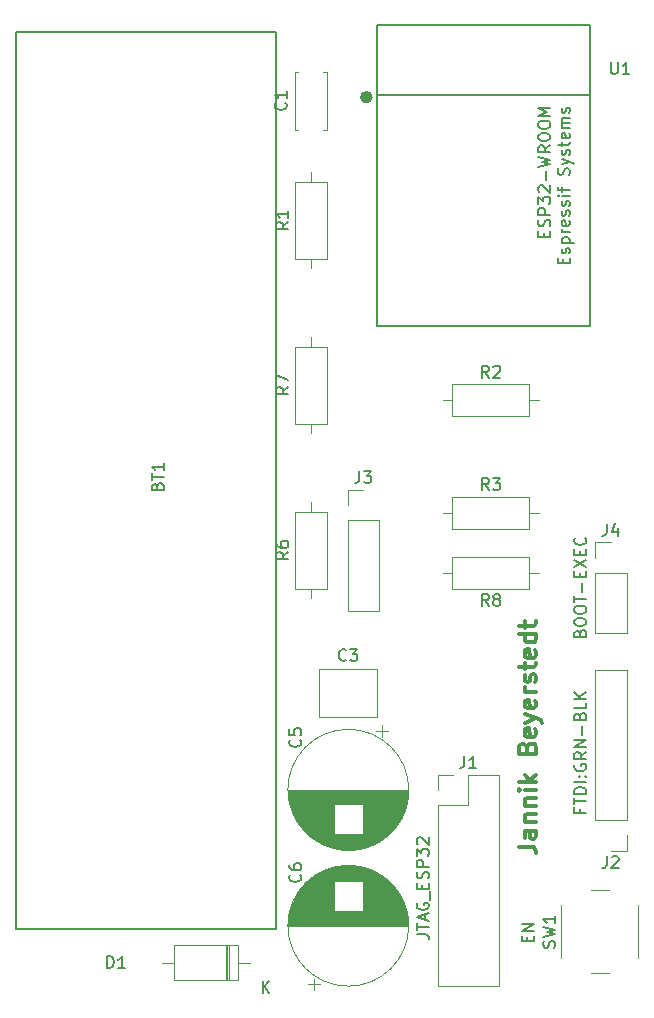
<source format=gto>
G04 #@! TF.GenerationSoftware,KiCad,Pcbnew,(5.0.0-3-g5ebb6b6)*
G04 #@! TF.CreationDate,2018-08-02T21:25:15+02:00*
G04 #@! TF.ProjectId,esp32-sensornode,65737033322D73656E736F726E6F6465,rev?*
G04 #@! TF.SameCoordinates,Original*
G04 #@! TF.FileFunction,Legend,Top*
G04 #@! TF.FilePolarity,Positive*
%FSLAX46Y46*%
G04 Gerber Fmt 4.6, Leading zero omitted, Abs format (unit mm)*
G04 Created by KiCad (PCBNEW (5.0.0-3-g5ebb6b6)) date Thursday, 02 August 2018 at 21:25:15*
%MOMM*%
%LPD*%
G01*
G04 APERTURE LIST*
%ADD10C,0.300000*%
%ADD11C,0.150000*%
%ADD12C,0.120000*%
%ADD13C,0.500000*%
G04 APERTURE END LIST*
D10*
X220793571Y-120339285D02*
X221865000Y-120339285D01*
X222079285Y-120410714D01*
X222222142Y-120553571D01*
X222293571Y-120767857D01*
X222293571Y-120910714D01*
X222293571Y-118982142D02*
X221507857Y-118982142D01*
X221365000Y-119053571D01*
X221293571Y-119196428D01*
X221293571Y-119482142D01*
X221365000Y-119625000D01*
X222222142Y-118982142D02*
X222293571Y-119125000D01*
X222293571Y-119482142D01*
X222222142Y-119625000D01*
X222079285Y-119696428D01*
X221936428Y-119696428D01*
X221793571Y-119625000D01*
X221722142Y-119482142D01*
X221722142Y-119125000D01*
X221650714Y-118982142D01*
X221293571Y-118267857D02*
X222293571Y-118267857D01*
X221436428Y-118267857D02*
X221365000Y-118196428D01*
X221293571Y-118053571D01*
X221293571Y-117839285D01*
X221365000Y-117696428D01*
X221507857Y-117625000D01*
X222293571Y-117625000D01*
X221293571Y-116910714D02*
X222293571Y-116910714D01*
X221436428Y-116910714D02*
X221365000Y-116839285D01*
X221293571Y-116696428D01*
X221293571Y-116482142D01*
X221365000Y-116339285D01*
X221507857Y-116267857D01*
X222293571Y-116267857D01*
X222293571Y-115553571D02*
X221293571Y-115553571D01*
X220793571Y-115553571D02*
X220865000Y-115625000D01*
X220936428Y-115553571D01*
X220865000Y-115482142D01*
X220793571Y-115553571D01*
X220936428Y-115553571D01*
X222293571Y-114839285D02*
X220793571Y-114839285D01*
X221722142Y-114696428D02*
X222293571Y-114267857D01*
X221293571Y-114267857D02*
X221865000Y-114839285D01*
X221507857Y-111982142D02*
X221579285Y-111767857D01*
X221650714Y-111696428D01*
X221793571Y-111625000D01*
X222007857Y-111625000D01*
X222150714Y-111696428D01*
X222222142Y-111767857D01*
X222293571Y-111910714D01*
X222293571Y-112482142D01*
X220793571Y-112482142D01*
X220793571Y-111982142D01*
X220865000Y-111839285D01*
X220936428Y-111767857D01*
X221079285Y-111696428D01*
X221222142Y-111696428D01*
X221365000Y-111767857D01*
X221436428Y-111839285D01*
X221507857Y-111982142D01*
X221507857Y-112482142D01*
X222222142Y-110410714D02*
X222293571Y-110553571D01*
X222293571Y-110839285D01*
X222222142Y-110982142D01*
X222079285Y-111053571D01*
X221507857Y-111053571D01*
X221365000Y-110982142D01*
X221293571Y-110839285D01*
X221293571Y-110553571D01*
X221365000Y-110410714D01*
X221507857Y-110339285D01*
X221650714Y-110339285D01*
X221793571Y-111053571D01*
X221293571Y-109839285D02*
X222293571Y-109482142D01*
X221293571Y-109125000D02*
X222293571Y-109482142D01*
X222650714Y-109625000D01*
X222722142Y-109696428D01*
X222793571Y-109839285D01*
X222222142Y-107982142D02*
X222293571Y-108125000D01*
X222293571Y-108410714D01*
X222222142Y-108553571D01*
X222079285Y-108625000D01*
X221507857Y-108625000D01*
X221365000Y-108553571D01*
X221293571Y-108410714D01*
X221293571Y-108125000D01*
X221365000Y-107982142D01*
X221507857Y-107910714D01*
X221650714Y-107910714D01*
X221793571Y-108625000D01*
X222293571Y-107267857D02*
X221293571Y-107267857D01*
X221579285Y-107267857D02*
X221436428Y-107196428D01*
X221365000Y-107125000D01*
X221293571Y-106982142D01*
X221293571Y-106839285D01*
X222222142Y-106410714D02*
X222293571Y-106267857D01*
X222293571Y-105982142D01*
X222222142Y-105839285D01*
X222079285Y-105767857D01*
X222007857Y-105767857D01*
X221865000Y-105839285D01*
X221793571Y-105982142D01*
X221793571Y-106196428D01*
X221722142Y-106339285D01*
X221579285Y-106410714D01*
X221507857Y-106410714D01*
X221365000Y-106339285D01*
X221293571Y-106196428D01*
X221293571Y-105982142D01*
X221365000Y-105839285D01*
X221293571Y-105339285D02*
X221293571Y-104767857D01*
X220793571Y-105125000D02*
X222079285Y-105125000D01*
X222222142Y-105053571D01*
X222293571Y-104910714D01*
X222293571Y-104767857D01*
X222222142Y-103696428D02*
X222293571Y-103839285D01*
X222293571Y-104125000D01*
X222222142Y-104267857D01*
X222079285Y-104339285D01*
X221507857Y-104339285D01*
X221365000Y-104267857D01*
X221293571Y-104125000D01*
X221293571Y-103839285D01*
X221365000Y-103696428D01*
X221507857Y-103625000D01*
X221650714Y-103625000D01*
X221793571Y-104339285D01*
X222293571Y-102339285D02*
X220793571Y-102339285D01*
X222222142Y-102339285D02*
X222293571Y-102482142D01*
X222293571Y-102767857D01*
X222222142Y-102910714D01*
X222150714Y-102982142D01*
X222007857Y-103053571D01*
X221579285Y-103053571D01*
X221436428Y-102982142D01*
X221365000Y-102910714D01*
X221293571Y-102767857D01*
X221293571Y-102482142D01*
X221365000Y-102339285D01*
X221293571Y-101839285D02*
X221293571Y-101267857D01*
X220793571Y-101625000D02*
X222079285Y-101625000D01*
X222222142Y-101553571D01*
X222293571Y-101410714D01*
X222293571Y-101267857D01*
D11*
G04 #@! TO.C,BT1*
X200280000Y-127350000D02*
X178280000Y-127350000D01*
X200280000Y-51350000D02*
X200280000Y-127350000D01*
X178280000Y-51350000D02*
X200280000Y-51350000D01*
X178280000Y-127350000D02*
X178280000Y-51350000D01*
D12*
G04 #@! TO.C,C3*
X203935000Y-105295000D02*
X208775000Y-105295000D01*
X203935000Y-109335000D02*
X208775000Y-109335000D01*
X203935000Y-105295000D02*
X203935000Y-109335000D01*
X208775000Y-105295000D02*
X208775000Y-109335000D01*
G04 #@! TO.C,D1*
X197030000Y-131645000D02*
X197030000Y-128705000D01*
X197030000Y-128705000D02*
X191590000Y-128705000D01*
X191590000Y-128705000D02*
X191590000Y-131645000D01*
X191590000Y-131645000D02*
X197030000Y-131645000D01*
X198050000Y-130175000D02*
X197030000Y-130175000D01*
X190570000Y-130175000D02*
X191590000Y-130175000D01*
X196130000Y-131645000D02*
X196130000Y-128705000D01*
X196010000Y-131645000D02*
X196010000Y-128705000D01*
X196250000Y-131645000D02*
X196250000Y-128705000D01*
G04 #@! TO.C,J2*
X229930000Y-105350000D02*
X227270000Y-105350000D01*
X229930000Y-118110000D02*
X229930000Y-105350000D01*
X227270000Y-118110000D02*
X227270000Y-105350000D01*
X229930000Y-118110000D02*
X227270000Y-118110000D01*
X229930000Y-119380000D02*
X229930000Y-120710000D01*
X229930000Y-120710000D02*
X228600000Y-120710000D01*
G04 #@! TO.C,J3*
X206315000Y-100390000D02*
X208975000Y-100390000D01*
X206315000Y-92710000D02*
X206315000Y-100390000D01*
X208975000Y-92710000D02*
X208975000Y-100390000D01*
X206315000Y-92710000D02*
X208975000Y-92710000D01*
X206315000Y-91440000D02*
X206315000Y-90110000D01*
X206315000Y-90110000D02*
X207645000Y-90110000D01*
G04 #@! TO.C,J4*
X227270000Y-102295000D02*
X229930000Y-102295000D01*
X227270000Y-97155000D02*
X227270000Y-102295000D01*
X229930000Y-97155000D02*
X229930000Y-102295000D01*
X227270000Y-97155000D02*
X229930000Y-97155000D01*
X227270000Y-95885000D02*
X227270000Y-94555000D01*
X227270000Y-94555000D02*
X228600000Y-94555000D01*
G04 #@! TO.C,R1*
X201830000Y-70580000D02*
X204570000Y-70580000D01*
X204570000Y-70580000D02*
X204570000Y-64040000D01*
X204570000Y-64040000D02*
X201830000Y-64040000D01*
X201830000Y-64040000D02*
X201830000Y-70580000D01*
X203200000Y-71350000D02*
X203200000Y-70580000D01*
X203200000Y-63270000D02*
X203200000Y-64040000D01*
G04 #@! TO.C,R2*
X222480000Y-82550000D02*
X221710000Y-82550000D01*
X214400000Y-82550000D02*
X215170000Y-82550000D01*
X221710000Y-81180000D02*
X215170000Y-81180000D01*
X221710000Y-83920000D02*
X221710000Y-81180000D01*
X215170000Y-83920000D02*
X221710000Y-83920000D01*
X215170000Y-81180000D02*
X215170000Y-83920000D01*
G04 #@! TO.C,R3*
X222480000Y-92075000D02*
X221710000Y-92075000D01*
X214400000Y-92075000D02*
X215170000Y-92075000D01*
X221710000Y-90705000D02*
X215170000Y-90705000D01*
X221710000Y-93445000D02*
X221710000Y-90705000D01*
X215170000Y-93445000D02*
X221710000Y-93445000D01*
X215170000Y-90705000D02*
X215170000Y-93445000D01*
G04 #@! TO.C,R6*
X201830000Y-98520000D02*
X204570000Y-98520000D01*
X204570000Y-98520000D02*
X204570000Y-91980000D01*
X204570000Y-91980000D02*
X201830000Y-91980000D01*
X201830000Y-91980000D02*
X201830000Y-98520000D01*
X203200000Y-99290000D02*
X203200000Y-98520000D01*
X203200000Y-91210000D02*
X203200000Y-91980000D01*
G04 #@! TO.C,R7*
X201830000Y-84550000D02*
X204570000Y-84550000D01*
X204570000Y-84550000D02*
X204570000Y-78010000D01*
X204570000Y-78010000D02*
X201830000Y-78010000D01*
X201830000Y-78010000D02*
X201830000Y-84550000D01*
X203200000Y-85320000D02*
X203200000Y-84550000D01*
X203200000Y-77240000D02*
X203200000Y-78010000D01*
D13*
G04 #@! TO.C,U1*
X208182981Y-56896000D02*
G75*
G03X208182981Y-56896000I-283981J0D01*
G01*
D11*
X226805000Y-56750000D02*
X208805000Y-56750000D01*
X208805000Y-50750000D02*
X208805000Y-76250000D01*
X226805000Y-50750000D02*
X226805000Y-76250000D01*
X226805000Y-76250000D02*
X208805000Y-76250000D01*
X226805000Y-50750000D02*
X208805000Y-50750000D01*
D12*
G04 #@! TO.C,SW1*
X230925000Y-129810000D02*
X230925000Y-125310000D01*
X226925000Y-131060000D02*
X228425000Y-131060000D01*
X224425000Y-125310000D02*
X224425000Y-129810000D01*
X228425000Y-124060000D02*
X226925000Y-124060000D01*
G04 #@! TO.C,R8*
X221710000Y-98525000D02*
X221710000Y-95785000D01*
X221710000Y-95785000D02*
X215170000Y-95785000D01*
X215170000Y-95785000D02*
X215170000Y-98525000D01*
X215170000Y-98525000D02*
X221710000Y-98525000D01*
X222480000Y-97155000D02*
X221710000Y-97155000D01*
X214400000Y-97155000D02*
X215170000Y-97155000D01*
G04 #@! TO.C,J1*
X213935000Y-132140000D02*
X219135000Y-132140000D01*
X213935000Y-116840000D02*
X213935000Y-132140000D01*
X219135000Y-114240000D02*
X219135000Y-132140000D01*
X213935000Y-116840000D02*
X216535000Y-116840000D01*
X216535000Y-116840000D02*
X216535000Y-114240000D01*
X216535000Y-114240000D02*
X219135000Y-114240000D01*
X213935000Y-115570000D02*
X213935000Y-114240000D01*
X213935000Y-114240000D02*
X215265000Y-114240000D01*
G04 #@! TO.C,C1*
X201830000Y-59660000D02*
X201830000Y-54720000D01*
X204570000Y-59660000D02*
X204570000Y-54720000D01*
X201830000Y-59660000D02*
X202145000Y-59660000D01*
X204255000Y-59660000D02*
X204570000Y-59660000D01*
X201830000Y-54720000D02*
X202145000Y-54720000D01*
X204255000Y-54720000D02*
X204570000Y-54720000D01*
G04 #@! TO.C,C5*
X211495000Y-115530000D02*
G75*
G03X211495000Y-115530000I-5120000J0D01*
G01*
X211455000Y-115530000D02*
X201295000Y-115530000D01*
X211455000Y-115570000D02*
X201295000Y-115570000D01*
X211455000Y-115610000D02*
X201295000Y-115610000D01*
X211454000Y-115650000D02*
X201296000Y-115650000D01*
X211453000Y-115690000D02*
X201297000Y-115690000D01*
X211452000Y-115730000D02*
X201298000Y-115730000D01*
X211450000Y-115770000D02*
X201300000Y-115770000D01*
X211448000Y-115810000D02*
X201302000Y-115810000D01*
X211445000Y-115850000D02*
X201305000Y-115850000D01*
X211443000Y-115890000D02*
X201307000Y-115890000D01*
X211440000Y-115930000D02*
X201310000Y-115930000D01*
X211437000Y-115970000D02*
X201313000Y-115970000D01*
X211433000Y-116010000D02*
X201317000Y-116010000D01*
X211429000Y-116050000D02*
X201321000Y-116050000D01*
X211425000Y-116090000D02*
X201325000Y-116090000D01*
X211420000Y-116130000D02*
X201330000Y-116130000D01*
X211415000Y-116170000D02*
X201335000Y-116170000D01*
X211410000Y-116210000D02*
X201340000Y-116210000D01*
X211405000Y-116251000D02*
X201345000Y-116251000D01*
X211399000Y-116291000D02*
X201351000Y-116291000D01*
X211393000Y-116331000D02*
X201357000Y-116331000D01*
X211386000Y-116371000D02*
X201364000Y-116371000D01*
X211379000Y-116411000D02*
X201371000Y-116411000D01*
X211372000Y-116451000D02*
X201378000Y-116451000D01*
X211365000Y-116491000D02*
X201385000Y-116491000D01*
X211357000Y-116531000D02*
X201393000Y-116531000D01*
X211349000Y-116571000D02*
X201401000Y-116571000D01*
X211340000Y-116611000D02*
X201410000Y-116611000D01*
X211331000Y-116651000D02*
X201419000Y-116651000D01*
X211322000Y-116691000D02*
X201428000Y-116691000D01*
X211313000Y-116731000D02*
X201437000Y-116731000D01*
X211303000Y-116771000D02*
X201447000Y-116771000D01*
X211293000Y-116811000D02*
X207616000Y-116811000D01*
X205134000Y-116811000D02*
X201457000Y-116811000D01*
X211282000Y-116851000D02*
X207616000Y-116851000D01*
X205134000Y-116851000D02*
X201468000Y-116851000D01*
X211272000Y-116891000D02*
X207616000Y-116891000D01*
X205134000Y-116891000D02*
X201478000Y-116891000D01*
X211260000Y-116931000D02*
X207616000Y-116931000D01*
X205134000Y-116931000D02*
X201490000Y-116931000D01*
X211249000Y-116971000D02*
X207616000Y-116971000D01*
X205134000Y-116971000D02*
X201501000Y-116971000D01*
X211237000Y-117011000D02*
X207616000Y-117011000D01*
X205134000Y-117011000D02*
X201513000Y-117011000D01*
X211225000Y-117051000D02*
X207616000Y-117051000D01*
X205134000Y-117051000D02*
X201525000Y-117051000D01*
X211212000Y-117091000D02*
X207616000Y-117091000D01*
X205134000Y-117091000D02*
X201538000Y-117091000D01*
X211199000Y-117131000D02*
X207616000Y-117131000D01*
X205134000Y-117131000D02*
X201551000Y-117131000D01*
X211186000Y-117171000D02*
X207616000Y-117171000D01*
X205134000Y-117171000D02*
X201564000Y-117171000D01*
X211172000Y-117211000D02*
X207616000Y-117211000D01*
X205134000Y-117211000D02*
X201578000Y-117211000D01*
X211158000Y-117251000D02*
X207616000Y-117251000D01*
X205134000Y-117251000D02*
X201592000Y-117251000D01*
X211143000Y-117291000D02*
X207616000Y-117291000D01*
X205134000Y-117291000D02*
X201607000Y-117291000D01*
X211129000Y-117331000D02*
X207616000Y-117331000D01*
X205134000Y-117331000D02*
X201621000Y-117331000D01*
X211113000Y-117371000D02*
X207616000Y-117371000D01*
X205134000Y-117371000D02*
X201637000Y-117371000D01*
X211098000Y-117411000D02*
X207616000Y-117411000D01*
X205134000Y-117411000D02*
X201652000Y-117411000D01*
X211082000Y-117451000D02*
X207616000Y-117451000D01*
X205134000Y-117451000D02*
X201668000Y-117451000D01*
X211065000Y-117491000D02*
X207616000Y-117491000D01*
X205134000Y-117491000D02*
X201685000Y-117491000D01*
X211049000Y-117531000D02*
X207616000Y-117531000D01*
X205134000Y-117531000D02*
X201701000Y-117531000D01*
X211032000Y-117571000D02*
X207616000Y-117571000D01*
X205134000Y-117571000D02*
X201718000Y-117571000D01*
X211014000Y-117611000D02*
X207616000Y-117611000D01*
X205134000Y-117611000D02*
X201736000Y-117611000D01*
X210996000Y-117651000D02*
X207616000Y-117651000D01*
X205134000Y-117651000D02*
X201754000Y-117651000D01*
X210978000Y-117691000D02*
X207616000Y-117691000D01*
X205134000Y-117691000D02*
X201772000Y-117691000D01*
X210959000Y-117731000D02*
X207616000Y-117731000D01*
X205134000Y-117731000D02*
X201791000Y-117731000D01*
X210939000Y-117771000D02*
X207616000Y-117771000D01*
X205134000Y-117771000D02*
X201811000Y-117771000D01*
X210920000Y-117811000D02*
X207616000Y-117811000D01*
X205134000Y-117811000D02*
X201830000Y-117811000D01*
X210900000Y-117851000D02*
X207616000Y-117851000D01*
X205134000Y-117851000D02*
X201850000Y-117851000D01*
X210879000Y-117891000D02*
X207616000Y-117891000D01*
X205134000Y-117891000D02*
X201871000Y-117891000D01*
X210858000Y-117931000D02*
X207616000Y-117931000D01*
X205134000Y-117931000D02*
X201892000Y-117931000D01*
X210837000Y-117971000D02*
X207616000Y-117971000D01*
X205134000Y-117971000D02*
X201913000Y-117971000D01*
X210815000Y-118011000D02*
X207616000Y-118011000D01*
X205134000Y-118011000D02*
X201935000Y-118011000D01*
X210792000Y-118051000D02*
X207616000Y-118051000D01*
X205134000Y-118051000D02*
X201958000Y-118051000D01*
X210770000Y-118091000D02*
X207616000Y-118091000D01*
X205134000Y-118091000D02*
X201980000Y-118091000D01*
X210746000Y-118131000D02*
X207616000Y-118131000D01*
X205134000Y-118131000D02*
X202004000Y-118131000D01*
X210722000Y-118171000D02*
X207616000Y-118171000D01*
X205134000Y-118171000D02*
X202028000Y-118171000D01*
X210698000Y-118211000D02*
X207616000Y-118211000D01*
X205134000Y-118211000D02*
X202052000Y-118211000D01*
X210673000Y-118251000D02*
X207616000Y-118251000D01*
X205134000Y-118251000D02*
X202077000Y-118251000D01*
X210648000Y-118291000D02*
X207616000Y-118291000D01*
X205134000Y-118291000D02*
X202102000Y-118291000D01*
X210622000Y-118331000D02*
X207616000Y-118331000D01*
X205134000Y-118331000D02*
X202128000Y-118331000D01*
X210596000Y-118371000D02*
X207616000Y-118371000D01*
X205134000Y-118371000D02*
X202154000Y-118371000D01*
X210569000Y-118411000D02*
X207616000Y-118411000D01*
X205134000Y-118411000D02*
X202181000Y-118411000D01*
X210541000Y-118451000D02*
X207616000Y-118451000D01*
X205134000Y-118451000D02*
X202209000Y-118451000D01*
X210513000Y-118491000D02*
X207616000Y-118491000D01*
X205134000Y-118491000D02*
X202237000Y-118491000D01*
X210485000Y-118531000D02*
X207616000Y-118531000D01*
X205134000Y-118531000D02*
X202265000Y-118531000D01*
X210455000Y-118571000D02*
X207616000Y-118571000D01*
X205134000Y-118571000D02*
X202295000Y-118571000D01*
X210425000Y-118611000D02*
X207616000Y-118611000D01*
X205134000Y-118611000D02*
X202325000Y-118611000D01*
X210395000Y-118651000D02*
X207616000Y-118651000D01*
X205134000Y-118651000D02*
X202355000Y-118651000D01*
X210364000Y-118691000D02*
X207616000Y-118691000D01*
X205134000Y-118691000D02*
X202386000Y-118691000D01*
X210332000Y-118731000D02*
X207616000Y-118731000D01*
X205134000Y-118731000D02*
X202418000Y-118731000D01*
X210300000Y-118771000D02*
X207616000Y-118771000D01*
X205134000Y-118771000D02*
X202450000Y-118771000D01*
X210267000Y-118811000D02*
X207616000Y-118811000D01*
X205134000Y-118811000D02*
X202483000Y-118811000D01*
X210233000Y-118851000D02*
X207616000Y-118851000D01*
X205134000Y-118851000D02*
X202517000Y-118851000D01*
X210199000Y-118891000D02*
X207616000Y-118891000D01*
X205134000Y-118891000D02*
X202551000Y-118891000D01*
X210164000Y-118931000D02*
X207616000Y-118931000D01*
X205134000Y-118931000D02*
X202586000Y-118931000D01*
X210128000Y-118971000D02*
X207616000Y-118971000D01*
X205134000Y-118971000D02*
X202622000Y-118971000D01*
X210091000Y-119011000D02*
X207616000Y-119011000D01*
X205134000Y-119011000D02*
X202659000Y-119011000D01*
X210054000Y-119051000D02*
X207616000Y-119051000D01*
X205134000Y-119051000D02*
X202696000Y-119051000D01*
X210015000Y-119091000D02*
X207616000Y-119091000D01*
X205134000Y-119091000D02*
X202735000Y-119091000D01*
X209976000Y-119131000D02*
X207616000Y-119131000D01*
X205134000Y-119131000D02*
X202774000Y-119131000D01*
X209936000Y-119171000D02*
X207616000Y-119171000D01*
X205134000Y-119171000D02*
X202814000Y-119171000D01*
X209895000Y-119211000D02*
X207616000Y-119211000D01*
X205134000Y-119211000D02*
X202855000Y-119211000D01*
X209853000Y-119251000D02*
X207616000Y-119251000D01*
X205134000Y-119251000D02*
X202897000Y-119251000D01*
X209811000Y-119291000D02*
X202939000Y-119291000D01*
X209767000Y-119331000D02*
X202983000Y-119331000D01*
X209722000Y-119371000D02*
X203028000Y-119371000D01*
X209676000Y-119411000D02*
X203074000Y-119411000D01*
X209629000Y-119451000D02*
X203121000Y-119451000D01*
X209581000Y-119491000D02*
X203169000Y-119491000D01*
X209531000Y-119531000D02*
X203219000Y-119531000D01*
X209481000Y-119571000D02*
X203269000Y-119571000D01*
X209429000Y-119611000D02*
X203321000Y-119611000D01*
X209375000Y-119651000D02*
X203375000Y-119651000D01*
X209320000Y-119691000D02*
X203430000Y-119691000D01*
X209264000Y-119731000D02*
X203486000Y-119731000D01*
X209205000Y-119771000D02*
X203545000Y-119771000D01*
X209145000Y-119811000D02*
X203605000Y-119811000D01*
X209084000Y-119851000D02*
X203666000Y-119851000D01*
X209020000Y-119891000D02*
X203730000Y-119891000D01*
X208954000Y-119931000D02*
X203796000Y-119931000D01*
X208885000Y-119971000D02*
X203865000Y-119971000D01*
X208814000Y-120011000D02*
X203936000Y-120011000D01*
X208740000Y-120051000D02*
X204010000Y-120051000D01*
X208664000Y-120091000D02*
X204086000Y-120091000D01*
X208584000Y-120131000D02*
X204166000Y-120131000D01*
X208500000Y-120171000D02*
X204250000Y-120171000D01*
X208412000Y-120211000D02*
X204338000Y-120211000D01*
X208319000Y-120251000D02*
X204431000Y-120251000D01*
X208221000Y-120291000D02*
X204529000Y-120291000D01*
X208117000Y-120331000D02*
X204633000Y-120331000D01*
X208005000Y-120371000D02*
X204745000Y-120371000D01*
X207885000Y-120411000D02*
X204865000Y-120411000D01*
X207753000Y-120451000D02*
X204997000Y-120451000D01*
X207605000Y-120491000D02*
X205145000Y-120491000D01*
X207437000Y-120531000D02*
X205313000Y-120531000D01*
X207237000Y-120571000D02*
X205513000Y-120571000D01*
X206974000Y-120611000D02*
X205776000Y-120611000D01*
X209250000Y-110050354D02*
X209250000Y-111050354D01*
X209750000Y-110550354D02*
X208750000Y-110550354D01*
G04 #@! TO.C,C6*
X203000000Y-132019646D02*
X204000000Y-132019646D01*
X203500000Y-132519646D02*
X203500000Y-131519646D01*
X205776000Y-121959000D02*
X206974000Y-121959000D01*
X205513000Y-121999000D02*
X207237000Y-121999000D01*
X205313000Y-122039000D02*
X207437000Y-122039000D01*
X205145000Y-122079000D02*
X207605000Y-122079000D01*
X204997000Y-122119000D02*
X207753000Y-122119000D01*
X204865000Y-122159000D02*
X207885000Y-122159000D01*
X204745000Y-122199000D02*
X208005000Y-122199000D01*
X204633000Y-122239000D02*
X208117000Y-122239000D01*
X204529000Y-122279000D02*
X208221000Y-122279000D01*
X204431000Y-122319000D02*
X208319000Y-122319000D01*
X204338000Y-122359000D02*
X208412000Y-122359000D01*
X204250000Y-122399000D02*
X208500000Y-122399000D01*
X204166000Y-122439000D02*
X208584000Y-122439000D01*
X204086000Y-122479000D02*
X208664000Y-122479000D01*
X204010000Y-122519000D02*
X208740000Y-122519000D01*
X203936000Y-122559000D02*
X208814000Y-122559000D01*
X203865000Y-122599000D02*
X208885000Y-122599000D01*
X203796000Y-122639000D02*
X208954000Y-122639000D01*
X203730000Y-122679000D02*
X209020000Y-122679000D01*
X203666000Y-122719000D02*
X209084000Y-122719000D01*
X203605000Y-122759000D02*
X209145000Y-122759000D01*
X203545000Y-122799000D02*
X209205000Y-122799000D01*
X203486000Y-122839000D02*
X209264000Y-122839000D01*
X203430000Y-122879000D02*
X209320000Y-122879000D01*
X203375000Y-122919000D02*
X209375000Y-122919000D01*
X203321000Y-122959000D02*
X209429000Y-122959000D01*
X203269000Y-122999000D02*
X209481000Y-122999000D01*
X203219000Y-123039000D02*
X209531000Y-123039000D01*
X203169000Y-123079000D02*
X209581000Y-123079000D01*
X203121000Y-123119000D02*
X209629000Y-123119000D01*
X203074000Y-123159000D02*
X209676000Y-123159000D01*
X203028000Y-123199000D02*
X209722000Y-123199000D01*
X202983000Y-123239000D02*
X209767000Y-123239000D01*
X202939000Y-123279000D02*
X209811000Y-123279000D01*
X207616000Y-123319000D02*
X209853000Y-123319000D01*
X202897000Y-123319000D02*
X205134000Y-123319000D01*
X207616000Y-123359000D02*
X209895000Y-123359000D01*
X202855000Y-123359000D02*
X205134000Y-123359000D01*
X207616000Y-123399000D02*
X209936000Y-123399000D01*
X202814000Y-123399000D02*
X205134000Y-123399000D01*
X207616000Y-123439000D02*
X209976000Y-123439000D01*
X202774000Y-123439000D02*
X205134000Y-123439000D01*
X207616000Y-123479000D02*
X210015000Y-123479000D01*
X202735000Y-123479000D02*
X205134000Y-123479000D01*
X207616000Y-123519000D02*
X210054000Y-123519000D01*
X202696000Y-123519000D02*
X205134000Y-123519000D01*
X207616000Y-123559000D02*
X210091000Y-123559000D01*
X202659000Y-123559000D02*
X205134000Y-123559000D01*
X207616000Y-123599000D02*
X210128000Y-123599000D01*
X202622000Y-123599000D02*
X205134000Y-123599000D01*
X207616000Y-123639000D02*
X210164000Y-123639000D01*
X202586000Y-123639000D02*
X205134000Y-123639000D01*
X207616000Y-123679000D02*
X210199000Y-123679000D01*
X202551000Y-123679000D02*
X205134000Y-123679000D01*
X207616000Y-123719000D02*
X210233000Y-123719000D01*
X202517000Y-123719000D02*
X205134000Y-123719000D01*
X207616000Y-123759000D02*
X210267000Y-123759000D01*
X202483000Y-123759000D02*
X205134000Y-123759000D01*
X207616000Y-123799000D02*
X210300000Y-123799000D01*
X202450000Y-123799000D02*
X205134000Y-123799000D01*
X207616000Y-123839000D02*
X210332000Y-123839000D01*
X202418000Y-123839000D02*
X205134000Y-123839000D01*
X207616000Y-123879000D02*
X210364000Y-123879000D01*
X202386000Y-123879000D02*
X205134000Y-123879000D01*
X207616000Y-123919000D02*
X210395000Y-123919000D01*
X202355000Y-123919000D02*
X205134000Y-123919000D01*
X207616000Y-123959000D02*
X210425000Y-123959000D01*
X202325000Y-123959000D02*
X205134000Y-123959000D01*
X207616000Y-123999000D02*
X210455000Y-123999000D01*
X202295000Y-123999000D02*
X205134000Y-123999000D01*
X207616000Y-124039000D02*
X210485000Y-124039000D01*
X202265000Y-124039000D02*
X205134000Y-124039000D01*
X207616000Y-124079000D02*
X210513000Y-124079000D01*
X202237000Y-124079000D02*
X205134000Y-124079000D01*
X207616000Y-124119000D02*
X210541000Y-124119000D01*
X202209000Y-124119000D02*
X205134000Y-124119000D01*
X207616000Y-124159000D02*
X210569000Y-124159000D01*
X202181000Y-124159000D02*
X205134000Y-124159000D01*
X207616000Y-124199000D02*
X210596000Y-124199000D01*
X202154000Y-124199000D02*
X205134000Y-124199000D01*
X207616000Y-124239000D02*
X210622000Y-124239000D01*
X202128000Y-124239000D02*
X205134000Y-124239000D01*
X207616000Y-124279000D02*
X210648000Y-124279000D01*
X202102000Y-124279000D02*
X205134000Y-124279000D01*
X207616000Y-124319000D02*
X210673000Y-124319000D01*
X202077000Y-124319000D02*
X205134000Y-124319000D01*
X207616000Y-124359000D02*
X210698000Y-124359000D01*
X202052000Y-124359000D02*
X205134000Y-124359000D01*
X207616000Y-124399000D02*
X210722000Y-124399000D01*
X202028000Y-124399000D02*
X205134000Y-124399000D01*
X207616000Y-124439000D02*
X210746000Y-124439000D01*
X202004000Y-124439000D02*
X205134000Y-124439000D01*
X207616000Y-124479000D02*
X210770000Y-124479000D01*
X201980000Y-124479000D02*
X205134000Y-124479000D01*
X207616000Y-124519000D02*
X210792000Y-124519000D01*
X201958000Y-124519000D02*
X205134000Y-124519000D01*
X207616000Y-124559000D02*
X210815000Y-124559000D01*
X201935000Y-124559000D02*
X205134000Y-124559000D01*
X207616000Y-124599000D02*
X210837000Y-124599000D01*
X201913000Y-124599000D02*
X205134000Y-124599000D01*
X207616000Y-124639000D02*
X210858000Y-124639000D01*
X201892000Y-124639000D02*
X205134000Y-124639000D01*
X207616000Y-124679000D02*
X210879000Y-124679000D01*
X201871000Y-124679000D02*
X205134000Y-124679000D01*
X207616000Y-124719000D02*
X210900000Y-124719000D01*
X201850000Y-124719000D02*
X205134000Y-124719000D01*
X207616000Y-124759000D02*
X210920000Y-124759000D01*
X201830000Y-124759000D02*
X205134000Y-124759000D01*
X207616000Y-124799000D02*
X210939000Y-124799000D01*
X201811000Y-124799000D02*
X205134000Y-124799000D01*
X207616000Y-124839000D02*
X210959000Y-124839000D01*
X201791000Y-124839000D02*
X205134000Y-124839000D01*
X207616000Y-124879000D02*
X210978000Y-124879000D01*
X201772000Y-124879000D02*
X205134000Y-124879000D01*
X207616000Y-124919000D02*
X210996000Y-124919000D01*
X201754000Y-124919000D02*
X205134000Y-124919000D01*
X207616000Y-124959000D02*
X211014000Y-124959000D01*
X201736000Y-124959000D02*
X205134000Y-124959000D01*
X207616000Y-124999000D02*
X211032000Y-124999000D01*
X201718000Y-124999000D02*
X205134000Y-124999000D01*
X207616000Y-125039000D02*
X211049000Y-125039000D01*
X201701000Y-125039000D02*
X205134000Y-125039000D01*
X207616000Y-125079000D02*
X211065000Y-125079000D01*
X201685000Y-125079000D02*
X205134000Y-125079000D01*
X207616000Y-125119000D02*
X211082000Y-125119000D01*
X201668000Y-125119000D02*
X205134000Y-125119000D01*
X207616000Y-125159000D02*
X211098000Y-125159000D01*
X201652000Y-125159000D02*
X205134000Y-125159000D01*
X207616000Y-125199000D02*
X211113000Y-125199000D01*
X201637000Y-125199000D02*
X205134000Y-125199000D01*
X207616000Y-125239000D02*
X211129000Y-125239000D01*
X201621000Y-125239000D02*
X205134000Y-125239000D01*
X207616000Y-125279000D02*
X211143000Y-125279000D01*
X201607000Y-125279000D02*
X205134000Y-125279000D01*
X207616000Y-125319000D02*
X211158000Y-125319000D01*
X201592000Y-125319000D02*
X205134000Y-125319000D01*
X207616000Y-125359000D02*
X211172000Y-125359000D01*
X201578000Y-125359000D02*
X205134000Y-125359000D01*
X207616000Y-125399000D02*
X211186000Y-125399000D01*
X201564000Y-125399000D02*
X205134000Y-125399000D01*
X207616000Y-125439000D02*
X211199000Y-125439000D01*
X201551000Y-125439000D02*
X205134000Y-125439000D01*
X207616000Y-125479000D02*
X211212000Y-125479000D01*
X201538000Y-125479000D02*
X205134000Y-125479000D01*
X207616000Y-125519000D02*
X211225000Y-125519000D01*
X201525000Y-125519000D02*
X205134000Y-125519000D01*
X207616000Y-125559000D02*
X211237000Y-125559000D01*
X201513000Y-125559000D02*
X205134000Y-125559000D01*
X207616000Y-125599000D02*
X211249000Y-125599000D01*
X201501000Y-125599000D02*
X205134000Y-125599000D01*
X207616000Y-125639000D02*
X211260000Y-125639000D01*
X201490000Y-125639000D02*
X205134000Y-125639000D01*
X207616000Y-125679000D02*
X211272000Y-125679000D01*
X201478000Y-125679000D02*
X205134000Y-125679000D01*
X207616000Y-125719000D02*
X211282000Y-125719000D01*
X201468000Y-125719000D02*
X205134000Y-125719000D01*
X207616000Y-125759000D02*
X211293000Y-125759000D01*
X201457000Y-125759000D02*
X205134000Y-125759000D01*
X201447000Y-125799000D02*
X211303000Y-125799000D01*
X201437000Y-125839000D02*
X211313000Y-125839000D01*
X201428000Y-125879000D02*
X211322000Y-125879000D01*
X201419000Y-125919000D02*
X211331000Y-125919000D01*
X201410000Y-125959000D02*
X211340000Y-125959000D01*
X201401000Y-125999000D02*
X211349000Y-125999000D01*
X201393000Y-126039000D02*
X211357000Y-126039000D01*
X201385000Y-126079000D02*
X211365000Y-126079000D01*
X201378000Y-126119000D02*
X211372000Y-126119000D01*
X201371000Y-126159000D02*
X211379000Y-126159000D01*
X201364000Y-126199000D02*
X211386000Y-126199000D01*
X201357000Y-126239000D02*
X211393000Y-126239000D01*
X201351000Y-126279000D02*
X211399000Y-126279000D01*
X201345000Y-126319000D02*
X211405000Y-126319000D01*
X201340000Y-126360000D02*
X211410000Y-126360000D01*
X201335000Y-126400000D02*
X211415000Y-126400000D01*
X201330000Y-126440000D02*
X211420000Y-126440000D01*
X201325000Y-126480000D02*
X211425000Y-126480000D01*
X201321000Y-126520000D02*
X211429000Y-126520000D01*
X201317000Y-126560000D02*
X211433000Y-126560000D01*
X201313000Y-126600000D02*
X211437000Y-126600000D01*
X201310000Y-126640000D02*
X211440000Y-126640000D01*
X201307000Y-126680000D02*
X211443000Y-126680000D01*
X201305000Y-126720000D02*
X211445000Y-126720000D01*
X201302000Y-126760000D02*
X211448000Y-126760000D01*
X201300000Y-126800000D02*
X211450000Y-126800000D01*
X201298000Y-126840000D02*
X211452000Y-126840000D01*
X201297000Y-126880000D02*
X211453000Y-126880000D01*
X201296000Y-126920000D02*
X211454000Y-126920000D01*
X201295000Y-126960000D02*
X211455000Y-126960000D01*
X201295000Y-127000000D02*
X211455000Y-127000000D01*
X201295000Y-127040000D02*
X211455000Y-127040000D01*
X211495000Y-127040000D02*
G75*
G03X211495000Y-127040000I-5120000J0D01*
G01*
G04 #@! TO.C,BT1*
D11*
X190208571Y-89835714D02*
X190256190Y-89692857D01*
X190303809Y-89645238D01*
X190399047Y-89597619D01*
X190541904Y-89597619D01*
X190637142Y-89645238D01*
X190684761Y-89692857D01*
X190732380Y-89788095D01*
X190732380Y-90169047D01*
X189732380Y-90169047D01*
X189732380Y-89835714D01*
X189780000Y-89740476D01*
X189827619Y-89692857D01*
X189922857Y-89645238D01*
X190018095Y-89645238D01*
X190113333Y-89692857D01*
X190160952Y-89740476D01*
X190208571Y-89835714D01*
X190208571Y-90169047D01*
X189732380Y-89311904D02*
X189732380Y-88740476D01*
X190732380Y-89026190D02*
X189732380Y-89026190D01*
X190732380Y-87883333D02*
X190732380Y-88454761D01*
X190732380Y-88169047D02*
X189732380Y-88169047D01*
X189875238Y-88264285D01*
X189970476Y-88359523D01*
X190018095Y-88454761D01*
G04 #@! TO.C,C3*
X206188333Y-104522142D02*
X206140714Y-104569761D01*
X205997857Y-104617380D01*
X205902619Y-104617380D01*
X205759761Y-104569761D01*
X205664523Y-104474523D01*
X205616904Y-104379285D01*
X205569285Y-104188809D01*
X205569285Y-104045952D01*
X205616904Y-103855476D01*
X205664523Y-103760238D01*
X205759761Y-103665000D01*
X205902619Y-103617380D01*
X205997857Y-103617380D01*
X206140714Y-103665000D01*
X206188333Y-103712619D01*
X206521666Y-103617380D02*
X207140714Y-103617380D01*
X206807380Y-103998333D01*
X206950238Y-103998333D01*
X207045476Y-104045952D01*
X207093095Y-104093571D01*
X207140714Y-104188809D01*
X207140714Y-104426904D01*
X207093095Y-104522142D01*
X207045476Y-104569761D01*
X206950238Y-104617380D01*
X206664523Y-104617380D01*
X206569285Y-104569761D01*
X206521666Y-104522142D01*
G04 #@! TO.C,D1*
X185951904Y-130627380D02*
X185951904Y-129627380D01*
X186190000Y-129627380D01*
X186332857Y-129675000D01*
X186428095Y-129770238D01*
X186475714Y-129865476D01*
X186523333Y-130055952D01*
X186523333Y-130198809D01*
X186475714Y-130389285D01*
X186428095Y-130484523D01*
X186332857Y-130579761D01*
X186190000Y-130627380D01*
X185951904Y-130627380D01*
X187475714Y-130627380D02*
X186904285Y-130627380D01*
X187190000Y-130627380D02*
X187190000Y-129627380D01*
X187094761Y-129770238D01*
X186999523Y-129865476D01*
X186904285Y-129913095D01*
X199128095Y-132727380D02*
X199128095Y-131727380D01*
X199699523Y-132727380D02*
X199270952Y-132155952D01*
X199699523Y-131727380D02*
X199128095Y-132298809D01*
G04 #@! TO.C,J2*
X228266666Y-121162380D02*
X228266666Y-121876666D01*
X228219047Y-122019523D01*
X228123809Y-122114761D01*
X227980952Y-122162380D01*
X227885714Y-122162380D01*
X228695238Y-121257619D02*
X228742857Y-121210000D01*
X228838095Y-121162380D01*
X229076190Y-121162380D01*
X229171428Y-121210000D01*
X229219047Y-121257619D01*
X229266666Y-121352857D01*
X229266666Y-121448095D01*
X229219047Y-121590952D01*
X228647619Y-122162380D01*
X229266666Y-122162380D01*
X225988571Y-117156904D02*
X225988571Y-117490238D01*
X226512380Y-117490238D02*
X225512380Y-117490238D01*
X225512380Y-117014047D01*
X225512380Y-116775952D02*
X225512380Y-116204523D01*
X226512380Y-116490238D02*
X225512380Y-116490238D01*
X226512380Y-115871190D02*
X225512380Y-115871190D01*
X225512380Y-115633095D01*
X225560000Y-115490238D01*
X225655238Y-115395000D01*
X225750476Y-115347380D01*
X225940952Y-115299761D01*
X226083809Y-115299761D01*
X226274285Y-115347380D01*
X226369523Y-115395000D01*
X226464761Y-115490238D01*
X226512380Y-115633095D01*
X226512380Y-115871190D01*
X226512380Y-114871190D02*
X225512380Y-114871190D01*
X226417142Y-114395000D02*
X226464761Y-114347380D01*
X226512380Y-114395000D01*
X226464761Y-114442619D01*
X226417142Y-114395000D01*
X226512380Y-114395000D01*
X225893333Y-114395000D02*
X225940952Y-114347380D01*
X225988571Y-114395000D01*
X225940952Y-114442619D01*
X225893333Y-114395000D01*
X225988571Y-114395000D01*
X225560000Y-113395000D02*
X225512380Y-113490238D01*
X225512380Y-113633095D01*
X225560000Y-113775952D01*
X225655238Y-113871190D01*
X225750476Y-113918809D01*
X225940952Y-113966428D01*
X226083809Y-113966428D01*
X226274285Y-113918809D01*
X226369523Y-113871190D01*
X226464761Y-113775952D01*
X226512380Y-113633095D01*
X226512380Y-113537857D01*
X226464761Y-113395000D01*
X226417142Y-113347380D01*
X226083809Y-113347380D01*
X226083809Y-113537857D01*
X226512380Y-112347380D02*
X226036190Y-112680714D01*
X226512380Y-112918809D02*
X225512380Y-112918809D01*
X225512380Y-112537857D01*
X225560000Y-112442619D01*
X225607619Y-112395000D01*
X225702857Y-112347380D01*
X225845714Y-112347380D01*
X225940952Y-112395000D01*
X225988571Y-112442619D01*
X226036190Y-112537857D01*
X226036190Y-112918809D01*
X226512380Y-111918809D02*
X225512380Y-111918809D01*
X226512380Y-111347380D01*
X225512380Y-111347380D01*
X226131428Y-110871190D02*
X226131428Y-110109285D01*
X225988571Y-109299761D02*
X226036190Y-109156904D01*
X226083809Y-109109285D01*
X226179047Y-109061666D01*
X226321904Y-109061666D01*
X226417142Y-109109285D01*
X226464761Y-109156904D01*
X226512380Y-109252142D01*
X226512380Y-109633095D01*
X225512380Y-109633095D01*
X225512380Y-109299761D01*
X225560000Y-109204523D01*
X225607619Y-109156904D01*
X225702857Y-109109285D01*
X225798095Y-109109285D01*
X225893333Y-109156904D01*
X225940952Y-109204523D01*
X225988571Y-109299761D01*
X225988571Y-109633095D01*
X226512380Y-108156904D02*
X226512380Y-108633095D01*
X225512380Y-108633095D01*
X226512380Y-107823571D02*
X225512380Y-107823571D01*
X226512380Y-107252142D02*
X225940952Y-107680714D01*
X225512380Y-107252142D02*
X226083809Y-107823571D01*
G04 #@! TO.C,J3*
X207311666Y-88562380D02*
X207311666Y-89276666D01*
X207264047Y-89419523D01*
X207168809Y-89514761D01*
X207025952Y-89562380D01*
X206930714Y-89562380D01*
X207692619Y-88562380D02*
X208311666Y-88562380D01*
X207978333Y-88943333D01*
X208121190Y-88943333D01*
X208216428Y-88990952D01*
X208264047Y-89038571D01*
X208311666Y-89133809D01*
X208311666Y-89371904D01*
X208264047Y-89467142D01*
X208216428Y-89514761D01*
X208121190Y-89562380D01*
X207835476Y-89562380D01*
X207740238Y-89514761D01*
X207692619Y-89467142D01*
G04 #@! TO.C,J4*
X228266666Y-93007380D02*
X228266666Y-93721666D01*
X228219047Y-93864523D01*
X228123809Y-93959761D01*
X227980952Y-94007380D01*
X227885714Y-94007380D01*
X229171428Y-93340714D02*
X229171428Y-94007380D01*
X228933333Y-92959761D02*
X228695238Y-93674047D01*
X229314285Y-93674047D01*
X225988571Y-102282142D02*
X226036190Y-102139285D01*
X226083809Y-102091666D01*
X226179047Y-102044047D01*
X226321904Y-102044047D01*
X226417142Y-102091666D01*
X226464761Y-102139285D01*
X226512380Y-102234523D01*
X226512380Y-102615476D01*
X225512380Y-102615476D01*
X225512380Y-102282142D01*
X225560000Y-102186904D01*
X225607619Y-102139285D01*
X225702857Y-102091666D01*
X225798095Y-102091666D01*
X225893333Y-102139285D01*
X225940952Y-102186904D01*
X225988571Y-102282142D01*
X225988571Y-102615476D01*
X225512380Y-101425000D02*
X225512380Y-101234523D01*
X225560000Y-101139285D01*
X225655238Y-101044047D01*
X225845714Y-100996428D01*
X226179047Y-100996428D01*
X226369523Y-101044047D01*
X226464761Y-101139285D01*
X226512380Y-101234523D01*
X226512380Y-101425000D01*
X226464761Y-101520238D01*
X226369523Y-101615476D01*
X226179047Y-101663095D01*
X225845714Y-101663095D01*
X225655238Y-101615476D01*
X225560000Y-101520238D01*
X225512380Y-101425000D01*
X225512380Y-100377380D02*
X225512380Y-100186904D01*
X225560000Y-100091666D01*
X225655238Y-99996428D01*
X225845714Y-99948809D01*
X226179047Y-99948809D01*
X226369523Y-99996428D01*
X226464761Y-100091666D01*
X226512380Y-100186904D01*
X226512380Y-100377380D01*
X226464761Y-100472619D01*
X226369523Y-100567857D01*
X226179047Y-100615476D01*
X225845714Y-100615476D01*
X225655238Y-100567857D01*
X225560000Y-100472619D01*
X225512380Y-100377380D01*
X225512380Y-99663095D02*
X225512380Y-99091666D01*
X226512380Y-99377380D02*
X225512380Y-99377380D01*
X226131428Y-98758333D02*
X226131428Y-97996428D01*
X225988571Y-97520238D02*
X225988571Y-97186904D01*
X226512380Y-97044047D02*
X226512380Y-97520238D01*
X225512380Y-97520238D01*
X225512380Y-97044047D01*
X225512380Y-96710714D02*
X226512380Y-96044047D01*
X225512380Y-96044047D02*
X226512380Y-96710714D01*
X225988571Y-95663095D02*
X225988571Y-95329761D01*
X226512380Y-95186904D02*
X226512380Y-95663095D01*
X225512380Y-95663095D01*
X225512380Y-95186904D01*
X226417142Y-94186904D02*
X226464761Y-94234523D01*
X226512380Y-94377380D01*
X226512380Y-94472619D01*
X226464761Y-94615476D01*
X226369523Y-94710714D01*
X226274285Y-94758333D01*
X226083809Y-94805952D01*
X225940952Y-94805952D01*
X225750476Y-94758333D01*
X225655238Y-94710714D01*
X225560000Y-94615476D01*
X225512380Y-94472619D01*
X225512380Y-94377380D01*
X225560000Y-94234523D01*
X225607619Y-94186904D01*
G04 #@! TO.C,R1*
X201282380Y-67476666D02*
X200806190Y-67810000D01*
X201282380Y-68048095D02*
X200282380Y-68048095D01*
X200282380Y-67667142D01*
X200330000Y-67571904D01*
X200377619Y-67524285D01*
X200472857Y-67476666D01*
X200615714Y-67476666D01*
X200710952Y-67524285D01*
X200758571Y-67571904D01*
X200806190Y-67667142D01*
X200806190Y-68048095D01*
X201282380Y-66524285D02*
X201282380Y-67095714D01*
X201282380Y-66810000D02*
X200282380Y-66810000D01*
X200425238Y-66905238D01*
X200520476Y-67000476D01*
X200568095Y-67095714D01*
G04 #@! TO.C,R2*
X218273333Y-80632380D02*
X217940000Y-80156190D01*
X217701904Y-80632380D02*
X217701904Y-79632380D01*
X218082857Y-79632380D01*
X218178095Y-79680000D01*
X218225714Y-79727619D01*
X218273333Y-79822857D01*
X218273333Y-79965714D01*
X218225714Y-80060952D01*
X218178095Y-80108571D01*
X218082857Y-80156190D01*
X217701904Y-80156190D01*
X218654285Y-79727619D02*
X218701904Y-79680000D01*
X218797142Y-79632380D01*
X219035238Y-79632380D01*
X219130476Y-79680000D01*
X219178095Y-79727619D01*
X219225714Y-79822857D01*
X219225714Y-79918095D01*
X219178095Y-80060952D01*
X218606666Y-80632380D01*
X219225714Y-80632380D01*
G04 #@! TO.C,R3*
X218273333Y-90157380D02*
X217940000Y-89681190D01*
X217701904Y-90157380D02*
X217701904Y-89157380D01*
X218082857Y-89157380D01*
X218178095Y-89205000D01*
X218225714Y-89252619D01*
X218273333Y-89347857D01*
X218273333Y-89490714D01*
X218225714Y-89585952D01*
X218178095Y-89633571D01*
X218082857Y-89681190D01*
X217701904Y-89681190D01*
X218606666Y-89157380D02*
X219225714Y-89157380D01*
X218892380Y-89538333D01*
X219035238Y-89538333D01*
X219130476Y-89585952D01*
X219178095Y-89633571D01*
X219225714Y-89728809D01*
X219225714Y-89966904D01*
X219178095Y-90062142D01*
X219130476Y-90109761D01*
X219035238Y-90157380D01*
X218749523Y-90157380D01*
X218654285Y-90109761D01*
X218606666Y-90062142D01*
G04 #@! TO.C,R6*
X201282380Y-95416666D02*
X200806190Y-95750000D01*
X201282380Y-95988095D02*
X200282380Y-95988095D01*
X200282380Y-95607142D01*
X200330000Y-95511904D01*
X200377619Y-95464285D01*
X200472857Y-95416666D01*
X200615714Y-95416666D01*
X200710952Y-95464285D01*
X200758571Y-95511904D01*
X200806190Y-95607142D01*
X200806190Y-95988095D01*
X200282380Y-94559523D02*
X200282380Y-94750000D01*
X200330000Y-94845238D01*
X200377619Y-94892857D01*
X200520476Y-94988095D01*
X200710952Y-95035714D01*
X201091904Y-95035714D01*
X201187142Y-94988095D01*
X201234761Y-94940476D01*
X201282380Y-94845238D01*
X201282380Y-94654761D01*
X201234761Y-94559523D01*
X201187142Y-94511904D01*
X201091904Y-94464285D01*
X200853809Y-94464285D01*
X200758571Y-94511904D01*
X200710952Y-94559523D01*
X200663333Y-94654761D01*
X200663333Y-94845238D01*
X200710952Y-94940476D01*
X200758571Y-94988095D01*
X200853809Y-95035714D01*
G04 #@! TO.C,R7*
X201282380Y-81446666D02*
X200806190Y-81780000D01*
X201282380Y-82018095D02*
X200282380Y-82018095D01*
X200282380Y-81637142D01*
X200330000Y-81541904D01*
X200377619Y-81494285D01*
X200472857Y-81446666D01*
X200615714Y-81446666D01*
X200710952Y-81494285D01*
X200758571Y-81541904D01*
X200806190Y-81637142D01*
X200806190Y-82018095D01*
X200282380Y-81113333D02*
X200282380Y-80446666D01*
X201282380Y-80875238D01*
G04 #@! TO.C,U1*
X228600095Y-53935380D02*
X228600095Y-54744904D01*
X228647714Y-54840142D01*
X228695333Y-54887761D01*
X228790571Y-54935380D01*
X228981047Y-54935380D01*
X229076285Y-54887761D01*
X229123904Y-54840142D01*
X229171523Y-54744904D01*
X229171523Y-53935380D01*
X230171523Y-54935380D02*
X229600095Y-54935380D01*
X229885809Y-54935380D02*
X229885809Y-53935380D01*
X229790571Y-54078238D01*
X229695333Y-54173476D01*
X229600095Y-54221095D01*
X224591571Y-70960428D02*
X224591571Y-70627095D01*
X225115380Y-70484238D02*
X225115380Y-70960428D01*
X224115380Y-70960428D01*
X224115380Y-70484238D01*
X225067761Y-70103285D02*
X225115380Y-70008047D01*
X225115380Y-69817571D01*
X225067761Y-69722333D01*
X224972523Y-69674714D01*
X224924904Y-69674714D01*
X224829666Y-69722333D01*
X224782047Y-69817571D01*
X224782047Y-69960428D01*
X224734428Y-70055666D01*
X224639190Y-70103285D01*
X224591571Y-70103285D01*
X224496333Y-70055666D01*
X224448714Y-69960428D01*
X224448714Y-69817571D01*
X224496333Y-69722333D01*
X224448714Y-69246142D02*
X225448714Y-69246142D01*
X224496333Y-69246142D02*
X224448714Y-69150904D01*
X224448714Y-68960428D01*
X224496333Y-68865190D01*
X224543952Y-68817571D01*
X224639190Y-68769952D01*
X224924904Y-68769952D01*
X225020142Y-68817571D01*
X225067761Y-68865190D01*
X225115380Y-68960428D01*
X225115380Y-69150904D01*
X225067761Y-69246142D01*
X225115380Y-68341380D02*
X224448714Y-68341380D01*
X224639190Y-68341380D02*
X224543952Y-68293761D01*
X224496333Y-68246142D01*
X224448714Y-68150904D01*
X224448714Y-68055666D01*
X225067761Y-67341380D02*
X225115380Y-67436619D01*
X225115380Y-67627095D01*
X225067761Y-67722333D01*
X224972523Y-67769952D01*
X224591571Y-67769952D01*
X224496333Y-67722333D01*
X224448714Y-67627095D01*
X224448714Y-67436619D01*
X224496333Y-67341380D01*
X224591571Y-67293761D01*
X224686809Y-67293761D01*
X224782047Y-67769952D01*
X225067761Y-66912809D02*
X225115380Y-66817571D01*
X225115380Y-66627095D01*
X225067761Y-66531857D01*
X224972523Y-66484238D01*
X224924904Y-66484238D01*
X224829666Y-66531857D01*
X224782047Y-66627095D01*
X224782047Y-66769952D01*
X224734428Y-66865190D01*
X224639190Y-66912809D01*
X224591571Y-66912809D01*
X224496333Y-66865190D01*
X224448714Y-66769952D01*
X224448714Y-66627095D01*
X224496333Y-66531857D01*
X225067761Y-66103285D02*
X225115380Y-66008047D01*
X225115380Y-65817571D01*
X225067761Y-65722333D01*
X224972523Y-65674714D01*
X224924904Y-65674714D01*
X224829666Y-65722333D01*
X224782047Y-65817571D01*
X224782047Y-65960428D01*
X224734428Y-66055666D01*
X224639190Y-66103285D01*
X224591571Y-66103285D01*
X224496333Y-66055666D01*
X224448714Y-65960428D01*
X224448714Y-65817571D01*
X224496333Y-65722333D01*
X225115380Y-65246142D02*
X224448714Y-65246142D01*
X224115380Y-65246142D02*
X224163000Y-65293761D01*
X224210619Y-65246142D01*
X224163000Y-65198523D01*
X224115380Y-65246142D01*
X224210619Y-65246142D01*
X224448714Y-64912809D02*
X224448714Y-64531857D01*
X225115380Y-64769952D02*
X224258238Y-64769952D01*
X224163000Y-64722333D01*
X224115380Y-64627095D01*
X224115380Y-64531857D01*
X225067761Y-63484238D02*
X225115380Y-63341380D01*
X225115380Y-63103285D01*
X225067761Y-63008047D01*
X225020142Y-62960428D01*
X224924904Y-62912809D01*
X224829666Y-62912809D01*
X224734428Y-62960428D01*
X224686809Y-63008047D01*
X224639190Y-63103285D01*
X224591571Y-63293761D01*
X224543952Y-63389000D01*
X224496333Y-63436619D01*
X224401095Y-63484238D01*
X224305857Y-63484238D01*
X224210619Y-63436619D01*
X224163000Y-63389000D01*
X224115380Y-63293761D01*
X224115380Y-63055666D01*
X224163000Y-62912809D01*
X224448714Y-62579476D02*
X225115380Y-62341380D01*
X224448714Y-62103285D02*
X225115380Y-62341380D01*
X225353476Y-62436619D01*
X225401095Y-62484238D01*
X225448714Y-62579476D01*
X225067761Y-61769952D02*
X225115380Y-61674714D01*
X225115380Y-61484238D01*
X225067761Y-61389000D01*
X224972523Y-61341380D01*
X224924904Y-61341380D01*
X224829666Y-61389000D01*
X224782047Y-61484238D01*
X224782047Y-61627095D01*
X224734428Y-61722333D01*
X224639190Y-61769952D01*
X224591571Y-61769952D01*
X224496333Y-61722333D01*
X224448714Y-61627095D01*
X224448714Y-61484238D01*
X224496333Y-61389000D01*
X224448714Y-61055666D02*
X224448714Y-60674714D01*
X224115380Y-60912809D02*
X224972523Y-60912809D01*
X225067761Y-60865190D01*
X225115380Y-60769952D01*
X225115380Y-60674714D01*
X225067761Y-59960428D02*
X225115380Y-60055666D01*
X225115380Y-60246142D01*
X225067761Y-60341380D01*
X224972523Y-60389000D01*
X224591571Y-60389000D01*
X224496333Y-60341380D01*
X224448714Y-60246142D01*
X224448714Y-60055666D01*
X224496333Y-59960428D01*
X224591571Y-59912809D01*
X224686809Y-59912809D01*
X224782047Y-60389000D01*
X225115380Y-59484238D02*
X224448714Y-59484238D01*
X224543952Y-59484238D02*
X224496333Y-59436619D01*
X224448714Y-59341380D01*
X224448714Y-59198523D01*
X224496333Y-59103285D01*
X224591571Y-59055666D01*
X225115380Y-59055666D01*
X224591571Y-59055666D02*
X224496333Y-59008047D01*
X224448714Y-58912809D01*
X224448714Y-58769952D01*
X224496333Y-58674714D01*
X224591571Y-58627095D01*
X225115380Y-58627095D01*
X225067761Y-58198523D02*
X225115380Y-58103285D01*
X225115380Y-57912809D01*
X225067761Y-57817571D01*
X224972523Y-57769952D01*
X224924904Y-57769952D01*
X224829666Y-57817571D01*
X224782047Y-57912809D01*
X224782047Y-58055666D01*
X224734428Y-58150904D01*
X224639190Y-58198523D01*
X224591571Y-58198523D01*
X224496333Y-58150904D01*
X224448714Y-58055666D01*
X224448714Y-57912809D01*
X224496333Y-57817571D01*
X222940571Y-68698380D02*
X222940571Y-68365047D01*
X223464380Y-68222190D02*
X223464380Y-68698380D01*
X222464380Y-68698380D01*
X222464380Y-68222190D01*
X223416761Y-67841238D02*
X223464380Y-67698380D01*
X223464380Y-67460285D01*
X223416761Y-67365047D01*
X223369142Y-67317428D01*
X223273904Y-67269809D01*
X223178666Y-67269809D01*
X223083428Y-67317428D01*
X223035809Y-67365047D01*
X222988190Y-67460285D01*
X222940571Y-67650761D01*
X222892952Y-67746000D01*
X222845333Y-67793619D01*
X222750095Y-67841238D01*
X222654857Y-67841238D01*
X222559619Y-67793619D01*
X222512000Y-67746000D01*
X222464380Y-67650761D01*
X222464380Y-67412666D01*
X222512000Y-67269809D01*
X223464380Y-66841238D02*
X222464380Y-66841238D01*
X222464380Y-66460285D01*
X222512000Y-66365047D01*
X222559619Y-66317428D01*
X222654857Y-66269809D01*
X222797714Y-66269809D01*
X222892952Y-66317428D01*
X222940571Y-66365047D01*
X222988190Y-66460285D01*
X222988190Y-66841238D01*
X222464380Y-65936476D02*
X222464380Y-65317428D01*
X222845333Y-65650761D01*
X222845333Y-65507904D01*
X222892952Y-65412666D01*
X222940571Y-65365047D01*
X223035809Y-65317428D01*
X223273904Y-65317428D01*
X223369142Y-65365047D01*
X223416761Y-65412666D01*
X223464380Y-65507904D01*
X223464380Y-65793619D01*
X223416761Y-65888857D01*
X223369142Y-65936476D01*
X222559619Y-64936476D02*
X222512000Y-64888857D01*
X222464380Y-64793619D01*
X222464380Y-64555523D01*
X222512000Y-64460285D01*
X222559619Y-64412666D01*
X222654857Y-64365047D01*
X222750095Y-64365047D01*
X222892952Y-64412666D01*
X223464380Y-64984095D01*
X223464380Y-64365047D01*
X223083428Y-63936476D02*
X223083428Y-63174571D01*
X222464380Y-62793619D02*
X223464380Y-62555523D01*
X222750095Y-62365047D01*
X223464380Y-62174571D01*
X222464380Y-61936476D01*
X223464380Y-60984095D02*
X222988190Y-61317428D01*
X223464380Y-61555523D02*
X222464380Y-61555523D01*
X222464380Y-61174571D01*
X222512000Y-61079333D01*
X222559619Y-61031714D01*
X222654857Y-60984095D01*
X222797714Y-60984095D01*
X222892952Y-61031714D01*
X222940571Y-61079333D01*
X222988190Y-61174571D01*
X222988190Y-61555523D01*
X222464380Y-60365047D02*
X222464380Y-60174571D01*
X222512000Y-60079333D01*
X222607238Y-59984095D01*
X222797714Y-59936476D01*
X223131047Y-59936476D01*
X223321523Y-59984095D01*
X223416761Y-60079333D01*
X223464380Y-60174571D01*
X223464380Y-60365047D01*
X223416761Y-60460285D01*
X223321523Y-60555523D01*
X223131047Y-60603142D01*
X222797714Y-60603142D01*
X222607238Y-60555523D01*
X222512000Y-60460285D01*
X222464380Y-60365047D01*
X222464380Y-59317428D02*
X222464380Y-59126952D01*
X222512000Y-59031714D01*
X222607238Y-58936476D01*
X222797714Y-58888857D01*
X223131047Y-58888857D01*
X223321523Y-58936476D01*
X223416761Y-59031714D01*
X223464380Y-59126952D01*
X223464380Y-59317428D01*
X223416761Y-59412666D01*
X223321523Y-59507904D01*
X223131047Y-59555523D01*
X222797714Y-59555523D01*
X222607238Y-59507904D01*
X222512000Y-59412666D01*
X222464380Y-59317428D01*
X223464380Y-58460285D02*
X222464380Y-58460285D01*
X223178666Y-58126952D01*
X222464380Y-57793619D01*
X223464380Y-57793619D01*
G04 #@! TO.C,SW1*
X223829761Y-128893333D02*
X223877380Y-128750476D01*
X223877380Y-128512380D01*
X223829761Y-128417142D01*
X223782142Y-128369523D01*
X223686904Y-128321904D01*
X223591666Y-128321904D01*
X223496428Y-128369523D01*
X223448809Y-128417142D01*
X223401190Y-128512380D01*
X223353571Y-128702857D01*
X223305952Y-128798095D01*
X223258333Y-128845714D01*
X223163095Y-128893333D01*
X223067857Y-128893333D01*
X222972619Y-128845714D01*
X222925000Y-128798095D01*
X222877380Y-128702857D01*
X222877380Y-128464761D01*
X222925000Y-128321904D01*
X222877380Y-127988571D02*
X223877380Y-127750476D01*
X223163095Y-127560000D01*
X223877380Y-127369523D01*
X222877380Y-127131428D01*
X223877380Y-126226666D02*
X223877380Y-126798095D01*
X223877380Y-126512380D02*
X222877380Y-126512380D01*
X223020238Y-126607619D01*
X223115476Y-126702857D01*
X223163095Y-126798095D01*
X221543571Y-128373095D02*
X221543571Y-128039761D01*
X222067380Y-127896904D02*
X222067380Y-128373095D01*
X221067380Y-128373095D01*
X221067380Y-127896904D01*
X222067380Y-127468333D02*
X221067380Y-127468333D01*
X222067380Y-126896904D01*
X221067380Y-126896904D01*
G04 #@! TO.C,R8*
X218273333Y-99977380D02*
X217940000Y-99501190D01*
X217701904Y-99977380D02*
X217701904Y-98977380D01*
X218082857Y-98977380D01*
X218178095Y-99025000D01*
X218225714Y-99072619D01*
X218273333Y-99167857D01*
X218273333Y-99310714D01*
X218225714Y-99405952D01*
X218178095Y-99453571D01*
X218082857Y-99501190D01*
X217701904Y-99501190D01*
X218844761Y-99405952D02*
X218749523Y-99358333D01*
X218701904Y-99310714D01*
X218654285Y-99215476D01*
X218654285Y-99167857D01*
X218701904Y-99072619D01*
X218749523Y-99025000D01*
X218844761Y-98977380D01*
X219035238Y-98977380D01*
X219130476Y-99025000D01*
X219178095Y-99072619D01*
X219225714Y-99167857D01*
X219225714Y-99215476D01*
X219178095Y-99310714D01*
X219130476Y-99358333D01*
X219035238Y-99405952D01*
X218844761Y-99405952D01*
X218749523Y-99453571D01*
X218701904Y-99501190D01*
X218654285Y-99596428D01*
X218654285Y-99786904D01*
X218701904Y-99882142D01*
X218749523Y-99929761D01*
X218844761Y-99977380D01*
X219035238Y-99977380D01*
X219130476Y-99929761D01*
X219178095Y-99882142D01*
X219225714Y-99786904D01*
X219225714Y-99596428D01*
X219178095Y-99501190D01*
X219130476Y-99453571D01*
X219035238Y-99405952D01*
G04 #@! TO.C,J1*
X216201666Y-112692380D02*
X216201666Y-113406666D01*
X216154047Y-113549523D01*
X216058809Y-113644761D01*
X215915952Y-113692380D01*
X215820714Y-113692380D01*
X217201666Y-113692380D02*
X216630238Y-113692380D01*
X216915952Y-113692380D02*
X216915952Y-112692380D01*
X216820714Y-112835238D01*
X216725476Y-112930476D01*
X216630238Y-112978095D01*
X212177380Y-127753571D02*
X212891666Y-127753571D01*
X213034523Y-127801190D01*
X213129761Y-127896428D01*
X213177380Y-128039285D01*
X213177380Y-128134523D01*
X212177380Y-127420238D02*
X212177380Y-126848809D01*
X213177380Y-127134523D02*
X212177380Y-127134523D01*
X212891666Y-126563095D02*
X212891666Y-126086904D01*
X213177380Y-126658333D02*
X212177380Y-126325000D01*
X213177380Y-125991666D01*
X212225000Y-125134523D02*
X212177380Y-125229761D01*
X212177380Y-125372619D01*
X212225000Y-125515476D01*
X212320238Y-125610714D01*
X212415476Y-125658333D01*
X212605952Y-125705952D01*
X212748809Y-125705952D01*
X212939285Y-125658333D01*
X213034523Y-125610714D01*
X213129761Y-125515476D01*
X213177380Y-125372619D01*
X213177380Y-125277380D01*
X213129761Y-125134523D01*
X213082142Y-125086904D01*
X212748809Y-125086904D01*
X212748809Y-125277380D01*
X213272619Y-124896428D02*
X213272619Y-124134523D01*
X212653571Y-123896428D02*
X212653571Y-123563095D01*
X213177380Y-123420238D02*
X213177380Y-123896428D01*
X212177380Y-123896428D01*
X212177380Y-123420238D01*
X213129761Y-123039285D02*
X213177380Y-122896428D01*
X213177380Y-122658333D01*
X213129761Y-122563095D01*
X213082142Y-122515476D01*
X212986904Y-122467857D01*
X212891666Y-122467857D01*
X212796428Y-122515476D01*
X212748809Y-122563095D01*
X212701190Y-122658333D01*
X212653571Y-122848809D01*
X212605952Y-122944047D01*
X212558333Y-122991666D01*
X212463095Y-123039285D01*
X212367857Y-123039285D01*
X212272619Y-122991666D01*
X212225000Y-122944047D01*
X212177380Y-122848809D01*
X212177380Y-122610714D01*
X212225000Y-122467857D01*
X213177380Y-122039285D02*
X212177380Y-122039285D01*
X212177380Y-121658333D01*
X212225000Y-121563095D01*
X212272619Y-121515476D01*
X212367857Y-121467857D01*
X212510714Y-121467857D01*
X212605952Y-121515476D01*
X212653571Y-121563095D01*
X212701190Y-121658333D01*
X212701190Y-122039285D01*
X212177380Y-121134523D02*
X212177380Y-120515476D01*
X212558333Y-120848809D01*
X212558333Y-120705952D01*
X212605952Y-120610714D01*
X212653571Y-120563095D01*
X212748809Y-120515476D01*
X212986904Y-120515476D01*
X213082142Y-120563095D01*
X213129761Y-120610714D01*
X213177380Y-120705952D01*
X213177380Y-120991666D01*
X213129761Y-121086904D01*
X213082142Y-121134523D01*
X212272619Y-120134523D02*
X212225000Y-120086904D01*
X212177380Y-119991666D01*
X212177380Y-119753571D01*
X212225000Y-119658333D01*
X212272619Y-119610714D01*
X212367857Y-119563095D01*
X212463095Y-119563095D01*
X212605952Y-119610714D01*
X213177380Y-120182142D01*
X213177380Y-119563095D01*
G04 #@! TO.C,C1*
X201057142Y-57356666D02*
X201104761Y-57404285D01*
X201152380Y-57547142D01*
X201152380Y-57642380D01*
X201104761Y-57785238D01*
X201009523Y-57880476D01*
X200914285Y-57928095D01*
X200723809Y-57975714D01*
X200580952Y-57975714D01*
X200390476Y-57928095D01*
X200295238Y-57880476D01*
X200200000Y-57785238D01*
X200152380Y-57642380D01*
X200152380Y-57547142D01*
X200200000Y-57404285D01*
X200247619Y-57356666D01*
X201152380Y-56404285D02*
X201152380Y-56975714D01*
X201152380Y-56690000D02*
X200152380Y-56690000D01*
X200295238Y-56785238D01*
X200390476Y-56880476D01*
X200438095Y-56975714D01*
G04 #@! TO.C,C5*
X202287142Y-111291666D02*
X202334761Y-111339285D01*
X202382380Y-111482142D01*
X202382380Y-111577380D01*
X202334761Y-111720238D01*
X202239523Y-111815476D01*
X202144285Y-111863095D01*
X201953809Y-111910714D01*
X201810952Y-111910714D01*
X201620476Y-111863095D01*
X201525238Y-111815476D01*
X201430000Y-111720238D01*
X201382380Y-111577380D01*
X201382380Y-111482142D01*
X201430000Y-111339285D01*
X201477619Y-111291666D01*
X201382380Y-110386904D02*
X201382380Y-110863095D01*
X201858571Y-110910714D01*
X201810952Y-110863095D01*
X201763333Y-110767857D01*
X201763333Y-110529761D01*
X201810952Y-110434523D01*
X201858571Y-110386904D01*
X201953809Y-110339285D01*
X202191904Y-110339285D01*
X202287142Y-110386904D01*
X202334761Y-110434523D01*
X202382380Y-110529761D01*
X202382380Y-110767857D01*
X202334761Y-110863095D01*
X202287142Y-110910714D01*
G04 #@! TO.C,C6*
X202287142Y-122721666D02*
X202334761Y-122769285D01*
X202382380Y-122912142D01*
X202382380Y-123007380D01*
X202334761Y-123150238D01*
X202239523Y-123245476D01*
X202144285Y-123293095D01*
X201953809Y-123340714D01*
X201810952Y-123340714D01*
X201620476Y-123293095D01*
X201525238Y-123245476D01*
X201430000Y-123150238D01*
X201382380Y-123007380D01*
X201382380Y-122912142D01*
X201430000Y-122769285D01*
X201477619Y-122721666D01*
X201382380Y-121864523D02*
X201382380Y-122055000D01*
X201430000Y-122150238D01*
X201477619Y-122197857D01*
X201620476Y-122293095D01*
X201810952Y-122340714D01*
X202191904Y-122340714D01*
X202287142Y-122293095D01*
X202334761Y-122245476D01*
X202382380Y-122150238D01*
X202382380Y-121959761D01*
X202334761Y-121864523D01*
X202287142Y-121816904D01*
X202191904Y-121769285D01*
X201953809Y-121769285D01*
X201858571Y-121816904D01*
X201810952Y-121864523D01*
X201763333Y-121959761D01*
X201763333Y-122150238D01*
X201810952Y-122245476D01*
X201858571Y-122293095D01*
X201953809Y-122340714D01*
G04 #@! TD*
M02*

</source>
